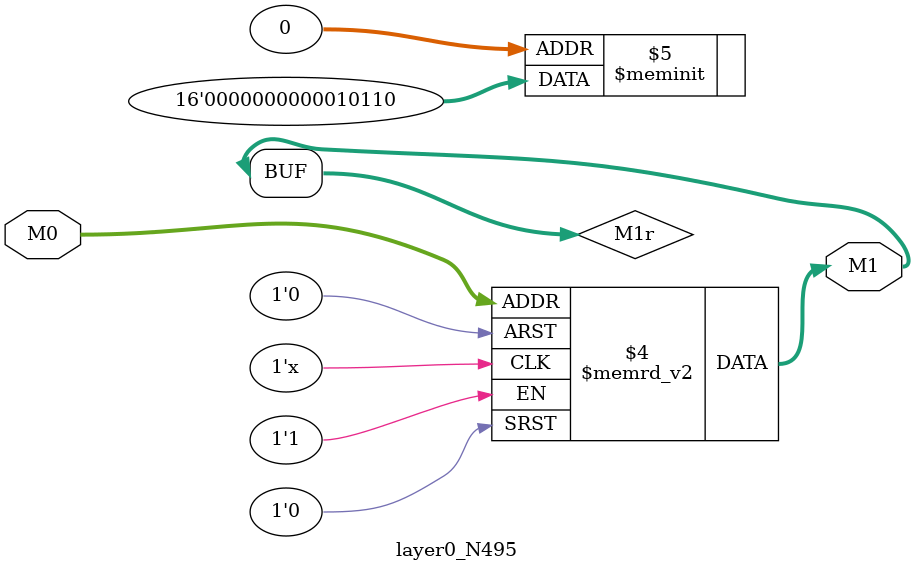
<source format=v>
module layer0_N495 ( input [2:0] M0, output [1:0] M1 );

	(*rom_style = "distributed" *) reg [1:0] M1r;
	assign M1 = M1r;
	always @ (M0) begin
		case (M0)
			3'b000: M1r = 2'b10;
			3'b100: M1r = 2'b00;
			3'b010: M1r = 2'b01;
			3'b110: M1r = 2'b00;
			3'b001: M1r = 2'b01;
			3'b101: M1r = 2'b00;
			3'b011: M1r = 2'b00;
			3'b111: M1r = 2'b00;

		endcase
	end
endmodule

</source>
